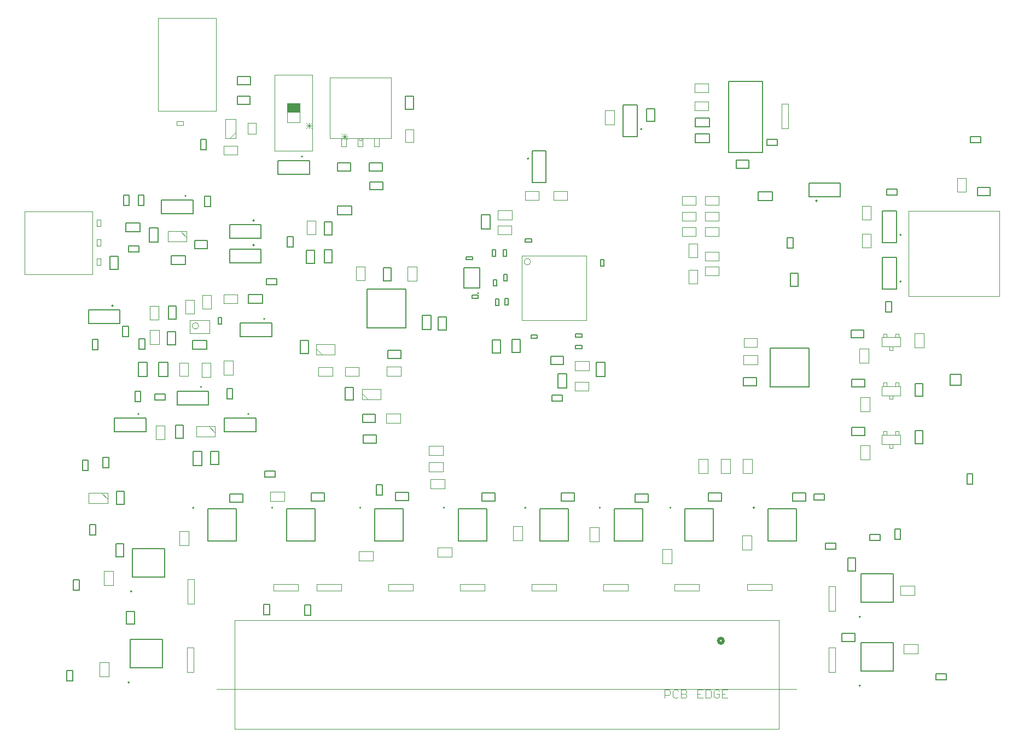
<source format=gbr>
%TF.GenerationSoftware,Altium Limited,Altium Designer,20.2.5 (213)*%
G04 Layer_Color=16711935*
%FSLAX26Y26*%
%MOIN*%
%TF.SameCoordinates,271AC680-9A3E-4A00-A3D7-6C105C8C782D*%
%TF.FilePolarity,Positive*%
%TF.FileFunction,Other,Top_3D_Body*%
%TF.Part,Single*%
G01*
G75*
%TA.AperFunction,NonConductor*%
%ADD86C,0.020000*%
%ADD88C,0.007874*%
%ADD99C,0.003937*%
%ADD102C,0.005000*%
%ADD140C,0.001000*%
%ADD141C,0.003000*%
G36*
X2533807Y4599000D02*
X2612807D01*
Y4540000D01*
X2533807D01*
Y4599000D01*
D02*
G37*
D86*
X5192679Y1318898D02*
G03*
X5192679Y1318898I-15000J0D01*
G01*
D88*
X2333937Y3732598D02*
G03*
X2333937Y3732598I-3937J0D01*
G01*
X6276535Y3795000D02*
G03*
X6276535Y3795000I-3937J0D01*
G01*
X3989134Y2130709D02*
G03*
X3989134Y2130709I-3937J0D01*
G01*
X1918937Y4032598D02*
G03*
X1918937Y4032598I-3937J0D01*
G01*
X1473937Y3362598D02*
G03*
X1473937Y3362598I-3937J0D01*
G01*
X1573228Y1065197D02*
G03*
X1573228Y1065197I-3937J0D01*
G01*
X4006339Y4260000D02*
G03*
X4006339Y4260000I-3937J0D01*
G01*
X3702126Y3439980D02*
G03*
X3702126Y3439980I-3937J0D01*
G01*
X1966142Y2130709D02*
G03*
X1966142Y2130709I-3937J0D01*
G01*
X2984134D02*
G03*
X2984134Y2130709I-3937J0D01*
G01*
X2446927D02*
G03*
X2446927Y2130709I-3937J0D01*
G01*
X5382126D02*
G03*
X5382126Y2130709I-3937J0D01*
G01*
X6028228Y1465197D02*
G03*
X6028228Y1465197I-3937J0D01*
G01*
Y1045197D02*
G03*
X6028228Y1045197I-3937J0D01*
G01*
X2398937Y3282598D02*
G03*
X2398937Y3282598I-3937J0D01*
G01*
X2301937Y2702598D02*
G03*
X2301937Y2702598I-3937J0D01*
G01*
X2013937Y2867598D02*
G03*
X2013937Y2867598I-3937J0D01*
G01*
X1631937Y2702598D02*
G03*
X1631937Y2702598I-3937J0D01*
G01*
X4874134Y2130709D02*
G03*
X4874134Y2130709I-3937J0D01*
G01*
X4444134D02*
G03*
X4444134Y2130709I-3937J0D01*
G01*
X3494134D02*
G03*
X3494134Y2130709I-3937J0D01*
G01*
X1588228Y1620197D02*
G03*
X1588228Y1620197I-3937J0D01*
G01*
X5763937Y4002402D02*
G03*
X5763937Y4002402I-3937J0D01*
G01*
X2333937Y3882598D02*
G03*
X2333937Y3882598I-3937J0D01*
G01*
X4696535Y4440000D02*
G03*
X4696535Y4440000I-3937J0D01*
G01*
X6276535Y3510000D02*
G03*
X6276535Y3510000I-3937J0D01*
G01*
X2628937Y4272598D02*
G03*
X2628937Y4272598I-3937J0D01*
G01*
X2652280Y3699370D02*
X2701492D01*
X2652280Y3620630D02*
Y3699370D01*
Y3620630D02*
X2701492D01*
Y3699370D01*
X3411574Y3216692D02*
Y3303308D01*
X3358426Y3216692D02*
X3411574D01*
X3358426D02*
Y3303308D01*
X3411574D01*
X3699686Y3407658D02*
Y3427342D01*
X3660316D02*
X3699686D01*
X3660316Y3407658D02*
Y3427342D01*
Y3407658D02*
X3699686D01*
X3985316Y3769842D02*
X4024686D01*
Y3750158D02*
Y3769842D01*
X3985316Y3750158D02*
X4024686D01*
X3985316D02*
Y3769842D01*
X5270630Y4249606D02*
X5349370D01*
Y4200394D02*
Y4249606D01*
X5270630Y4200394D02*
X5349370D01*
X5270630D02*
Y4249606D01*
X3038946Y4069518D02*
X3117686D01*
X3038946D02*
Y4118730D01*
X3117686D01*
Y4069518D02*
Y4118730D01*
X3036348Y4184518D02*
X3115088D01*
X3036348D02*
Y4233730D01*
X3115088D01*
Y4184518D02*
Y4233730D01*
X2842796D02*
X2921536D01*
Y4184518D02*
Y4233730D01*
X2842796Y4184518D02*
X2921536D01*
X2842796D02*
Y4233730D01*
X2230630Y4590394D02*
X2309370D01*
X2230630D02*
Y4639606D01*
X2309370D01*
Y4590394D02*
Y4639606D01*
X2232096Y4710394D02*
X2310836D01*
X2232096D02*
Y4759606D01*
X2310836D01*
Y4710394D02*
Y4759606D01*
X1455394Y3585630D02*
Y3664370D01*
X1504606D01*
Y3585630D02*
Y3664370D01*
X1455394Y3585630D02*
X1504606D01*
X1826692Y3613426D02*
Y3666574D01*
Y3613426D02*
X1913308D01*
Y3666574D01*
X1826692D02*
X1913308D01*
X1555394Y1420158D02*
Y1498898D01*
X1604606D01*
Y1420158D02*
Y1498898D01*
X1555394Y1420158D02*
X1604606D01*
X5315630Y2875394D02*
Y2924606D01*
Y2875394D02*
X5394370D01*
Y2924606D01*
X5315630D02*
X5394370D01*
X5021692Y4453426D02*
Y4506574D01*
Y4453426D02*
X5108308D01*
Y4506574D01*
X5021692D02*
X5108308D01*
X5021692Y4358426D02*
Y4411574D01*
Y4358426D02*
X5108308D01*
Y4411574D01*
X5021692D02*
X5108308D01*
X4445158Y3644686D02*
X4464842D01*
X4445158Y3605316D02*
Y3644686D01*
Y3605316D02*
X4464842D01*
Y3644686D01*
X3805158Y3365314D02*
Y3404684D01*
X3824842D01*
Y3365314D02*
Y3404684D01*
X3805158Y3365314D02*
X3824842D01*
X5476890Y2866890D02*
Y3103110D01*
X5713110D01*
Y2866890D02*
Y3103110D01*
X5476890Y2866890D02*
X5713110D01*
X3455394Y3294370D02*
X3504606D01*
X3455394Y3215630D02*
Y3294370D01*
Y3215630D02*
X3504606D01*
Y3294370D01*
X6740630Y4035394D02*
X6819370D01*
X6740630D02*
Y4084606D01*
X6819370D01*
Y4035394D02*
Y4084606D01*
X3855158Y3515316D02*
Y3554686D01*
X3874842D01*
Y3515316D02*
Y3554686D01*
X3855158Y3515316D02*
X3874842D01*
X3625316Y3662342D02*
X3664686D01*
Y3642658D02*
Y3662342D01*
X3625316Y3642658D02*
X3664686D01*
X3625316D02*
Y3662342D01*
X3809842Y3482816D02*
Y3522186D01*
X3790158Y3482816D02*
X3809842D01*
X3790158D02*
Y3522186D01*
X3809842D01*
X3148398Y3041604D02*
X3227138D01*
X3148398D02*
Y3090816D01*
X3227138D01*
Y3041604D02*
Y3090816D01*
X2937374Y2786840D02*
Y2865580D01*
X2888162Y2786840D02*
X2937374D01*
X2888162D02*
Y2865580D01*
X2937374D01*
X2997886Y2525394D02*
Y2574606D01*
Y2525394D02*
X3076626D01*
Y2574606D01*
X2997886D02*
X3076626D01*
X2993398Y2700816D02*
X3072138D01*
Y2651604D02*
Y2700816D01*
X2993398Y2651604D02*
X3072138D01*
X2993398D02*
Y2700816D01*
X3905394Y3157922D02*
X3954606D01*
X3905394Y3079182D02*
Y3157922D01*
Y3079182D02*
X3954606D01*
Y3157922D01*
X3785394Y3075630D02*
Y3154370D01*
X3834606D01*
Y3075630D02*
Y3154370D01*
X3785394Y3075630D02*
X3834606D01*
X2664606Y3070630D02*
Y3149370D01*
X2615394Y3070630D02*
X2664606D01*
X2615394D02*
Y3149370D01*
X2664606D01*
X1854606Y3125630D02*
Y3204370D01*
X1805394Y3125630D02*
X1854606D01*
X1805394D02*
Y3204370D01*
X1854606D01*
X5916220Y1315394D02*
X5994960D01*
X5916220D02*
Y1364606D01*
X5994960D01*
Y1315394D02*
Y1364606D01*
X3021890Y3226890D02*
Y3463110D01*
Y3226890D02*
X3258110D01*
Y3463110D01*
X3021890D02*
X3258110D01*
X3860158Y3368116D02*
Y3407486D01*
X3879842D01*
Y3368116D02*
Y3407486D01*
X3860158Y3368116D02*
X3879842D01*
X4140630Y3005394D02*
X4219370D01*
X4140630D02*
Y3054606D01*
X4219370D01*
Y3005394D02*
Y3054606D01*
X4331884Y3100158D02*
Y3119842D01*
X4292514D02*
X4331884D01*
X4292514Y3100158D02*
Y3119842D01*
Y3100158D02*
X4331884D01*
Y3170158D02*
Y3189842D01*
X4292514D02*
X4331884D01*
X4292514Y3170158D02*
Y3189842D01*
Y3170158D02*
X4331884D01*
X4183426Y2860354D02*
Y2946968D01*
X4236574D01*
Y2860354D02*
Y2946968D01*
X4183426Y2860354D02*
X4236574D01*
X4418426Y2930354D02*
Y3016968D01*
X4471574D01*
Y2930354D02*
Y3016968D01*
X4418426Y2930354D02*
X4471574D01*
X1853394Y2632922D02*
X1902606D01*
X1853394Y2554182D02*
Y2632922D01*
Y2554182D02*
X1902606D01*
Y2632922D01*
X2068394Y2395158D02*
Y2473898D01*
X2117606D01*
Y2395158D02*
Y2473898D01*
X2068394Y2395158D02*
X2117606D01*
X2014574Y2386692D02*
Y2473308D01*
X1961426Y2386692D02*
X2014574D01*
X1961426D02*
Y2473308D01*
X2014574D01*
X2296692Y3378426D02*
Y3431574D01*
Y3378426D02*
X2383308D01*
Y3431574D01*
X2296692D02*
X2383308D01*
X1810394Y3280630D02*
Y3359370D01*
X1859606D01*
Y3280630D02*
Y3359370D01*
X1810394Y3280630D02*
X1859606D01*
X2115158Y3252514D02*
Y3291884D01*
X2134842D01*
Y3252514D02*
Y3291884D01*
X2115158Y3252514D02*
X2134842D01*
X1628426Y3016260D02*
X1681574D01*
X1628426Y2929646D02*
Y3016260D01*
Y2929646D02*
X1681574D01*
Y3016260D01*
X1752440Y3018228D02*
X1807560D01*
X1752440Y2931614D02*
Y3018228D01*
Y2931614D02*
X1807560D01*
Y3018228D01*
X2043308Y3098426D02*
Y3151574D01*
X1956692D02*
X2043308D01*
X1956692Y3098426D02*
Y3151574D01*
Y3098426D02*
X2043308D01*
X3718426Y3831692D02*
Y3918308D01*
X3771574D01*
Y3831692D02*
Y3918308D01*
X3718426Y3831692D02*
X3771574D01*
X1542606Y2150630D02*
Y2229370D01*
X1493394Y2150630D02*
X1542606D01*
X1493394D02*
Y2229370D01*
X1542606D01*
X2263898Y2165394D02*
Y2214606D01*
X2185158D02*
X2263898D01*
X2185158Y2165394D02*
Y2214606D01*
Y2165394D02*
X2263898D01*
X1490394Y1909370D02*
X1539606D01*
X1490394Y1830630D02*
Y1909370D01*
Y1830630D02*
X1539606D01*
Y1909370D01*
X5950394Y1745630D02*
X5999606D01*
Y1824370D01*
X5950394D02*
X5999606D01*
X5950394Y1745630D02*
Y1824370D01*
X5694370Y2170394D02*
Y2219606D01*
X5615630D02*
X5694370D01*
X5615630Y2170394D02*
Y2219606D01*
Y2170394D02*
X5694370D01*
X2761690D02*
Y2219606D01*
X2682950D02*
X2761690D01*
X2682950Y2170394D02*
Y2219606D01*
Y2170394D02*
X2761690D01*
X3274370Y2175394D02*
Y2224606D01*
X3195630D02*
X3274370D01*
X3195630Y2175394D02*
Y2224606D01*
Y2175394D02*
X3274370D01*
X4284370Y2170394D02*
Y2219606D01*
X4205630D02*
X4284370D01*
X4205630Y2170394D02*
Y2219606D01*
Y2170394D02*
X4284370D01*
X3799958D02*
Y2219606D01*
X3721218D02*
X3799958D01*
X3721218Y2170394D02*
Y2219606D01*
Y2170394D02*
X3799958D01*
X4734370Y2165394D02*
Y2214606D01*
X4655630D02*
X4734370D01*
X4655630Y2165394D02*
Y2214606D01*
Y2165394D02*
X4734370D01*
X5179842Y2170394D02*
Y2219606D01*
X5101102D02*
X5179842D01*
X5101102Y2170394D02*
Y2219606D01*
Y2170394D02*
X5179842D01*
X5432170Y4296782D02*
Y4730246D01*
X5226266Y4296782D02*
X5432170D01*
X5226266D02*
Y4730246D01*
X5432170D01*
X2760394Y3704370D02*
X2809606D01*
X2760394Y3625630D02*
Y3704370D01*
Y3625630D02*
X2809606D01*
Y3704370D01*
X2760394Y3795630D02*
X2809606D01*
Y3874370D01*
X2760394D02*
X2809606D01*
X2760394Y3795630D02*
Y3874370D01*
X5491968Y4003426D02*
Y4056574D01*
X5405354D02*
X5491968D01*
X5405354Y4003426D02*
Y4056574D01*
Y4003426D02*
X5491968D01*
X5599852Y3481618D02*
Y3560358D01*
X5649064D01*
Y3481618D02*
Y3560358D01*
X5599852Y3481618D02*
X5649064D01*
X2841692Y3971574D02*
X2928308D01*
Y3918426D02*
Y3971574D01*
X2841692Y3918426D02*
X2928308D01*
X2841692D02*
Y3971574D01*
X2049370Y3710394D02*
Y3759606D01*
X1970630D02*
X2049370D01*
X1970630Y3710394D02*
Y3759606D01*
Y3710394D02*
X2049370D01*
X4725394Y4487156D02*
X4774606D01*
Y4565898D01*
X4725394D02*
X4774606D01*
X4725394Y4487156D02*
Y4565898D01*
X3120394Y3515630D02*
X3169606D01*
Y3594370D01*
X3120394D02*
X3169606D01*
X3120394Y3515630D02*
Y3594370D01*
X6640748Y2878032D02*
Y2944960D01*
X6573818Y2878032D02*
X6640748D01*
X6573818D02*
Y2944960D01*
X6640748D01*
X5970336Y3215708D02*
X6049076D01*
Y3166496D02*
Y3215708D01*
X5970336Y3166496D02*
X6049076D01*
X5970336D02*
Y3215708D01*
X5975336Y2915708D02*
X6054076D01*
Y2866496D02*
Y2915708D01*
X5975336Y2866496D02*
X6054076D01*
X5975336D02*
Y2915708D01*
Y2620708D02*
X6054076D01*
Y2571496D02*
Y2620708D01*
X5975336Y2571496D02*
X6054076D01*
X5975336D02*
Y2620708D01*
X6360100Y2810148D02*
Y2888890D01*
X6409312D01*
Y2810148D02*
Y2888890D01*
X6360100Y2810148D02*
X6409312D01*
X6360394Y2520630D02*
Y2599370D01*
X6409606D01*
Y2520630D02*
Y2599370D01*
X6360394Y2520630D02*
X6409606D01*
X1551692Y3813426D02*
X1638308D01*
X1551692D02*
Y3866574D01*
X1638308D01*
Y3813426D02*
Y3866574D01*
X1693426Y3751692D02*
Y3838308D01*
X1746574D01*
Y3751692D02*
Y3838308D01*
X1693426Y3751692D02*
X1746574D01*
X3255394Y4560630D02*
X3304606D01*
Y4639370D01*
X3255394D02*
X3304606D01*
X3255394Y4560630D02*
Y4639370D01*
X4020316Y3165158D02*
X4059686D01*
X4020316D02*
Y3184842D01*
X4059686D01*
Y3165158D02*
Y3184842D01*
X3785158Y3665316D02*
Y3704686D01*
X3804842D01*
Y3665316D02*
Y3704686D01*
X3785158Y3665316D02*
X3804842D01*
X3850158D02*
Y3704686D01*
X3869842D01*
Y3665316D02*
Y3704686D01*
X3850158Y3665316D02*
X3869842D01*
D99*
X1995079Y3239921D02*
G03*
X1995079Y3239921I-19685J0D01*
G01*
X4018268Y3631417D02*
G03*
X4018268Y3631417I-19685J0D01*
G01*
X2431692Y2171456D02*
X2518308D01*
X2431692Y2228544D02*
X2518308D01*
Y2171456D02*
Y2228544D01*
X2431692Y2171456D02*
Y2228544D01*
X6078544Y3012796D02*
Y3099410D01*
X6021456Y3012796D02*
Y3099410D01*
X6078544D01*
X6021456Y3012796D02*
X6078544D01*
X3816692Y3886456D02*
X3903308D01*
X3816692Y3943544D02*
X3903308D01*
Y3886456D02*
Y3943544D01*
X3816692Y3886456D02*
Y3943544D01*
X3901338Y3798426D02*
Y3851574D01*
X3818662Y3798426D02*
Y3851574D01*
Y3798426D02*
X3901338D01*
X3818662Y3851574D02*
X3901338D01*
X5165364Y3547382D02*
Y3600532D01*
X5082686Y3547382D02*
Y3600532D01*
Y3547382D02*
X5165364D01*
X5082686Y3600532D02*
X5165364D01*
X5082686Y3690532D02*
X5165364D01*
X5082686Y3637382D02*
X5165364D01*
X5082686D02*
Y3690532D01*
X5165364Y3637382D02*
Y3690532D01*
X4982884Y3580296D02*
X5036032D01*
X4982884Y3497618D02*
X5036032D01*
Y3580296D01*
X4982884Y3497618D02*
Y3580296D01*
X5100906Y4663426D02*
Y4716574D01*
X5018228Y4663426D02*
Y4716574D01*
Y4663426D02*
X5100906D01*
X5018228Y4716574D02*
X5100906D01*
X4821456Y1791692D02*
Y1878308D01*
X4878544Y1791692D02*
Y1878308D01*
X4821456Y1791692D02*
X4878544D01*
X4821456Y1878308D02*
X4878544D01*
X6038426Y3719094D02*
Y3801772D01*
X6091574Y3719094D02*
Y3801772D01*
X6038426Y3719094D02*
X6091574D01*
X6038426Y3801772D02*
X6091574D01*
X1896556Y4463190D02*
X1902462Y4469094D01*
Y4463190D02*
Y4486812D01*
X1863092D02*
X1902462D01*
X1863092Y4463190D02*
Y4486812D01*
Y4463190D02*
X1902462D01*
X1747826Y4549342D02*
Y5116270D01*
X2102156D01*
Y4549342D02*
Y5116270D01*
X1747826Y4549342D02*
X2102156D01*
X2295394Y4411536D02*
X2344606D01*
X2295394D02*
Y4478464D01*
X2344606D01*
Y4411536D02*
Y4478464D01*
X2148662Y4283426D02*
Y4336574D01*
X2231338Y4283426D02*
Y4336574D01*
X2148662D02*
X2231338D01*
X2148662Y4283426D02*
X2231338D01*
X1390906Y3649686D02*
X1396812Y3643780D01*
X1373190Y3649686D02*
X1396812D01*
X1373190Y3610316D02*
Y3649686D01*
Y3610316D02*
X1396812D01*
Y3649686D01*
X1373190Y3734842D02*
X1379094Y3728938D01*
X1373190D02*
X1396812D01*
Y3768308D01*
X1373190D02*
X1396812D01*
X1373190Y3728938D02*
Y3768308D01*
X1922086Y3753504D02*
Y3816496D01*
X1807914Y3753504D02*
X1922086D01*
X1807914D02*
Y3816496D01*
X1922086D01*
X1884686D02*
X1922086Y3779094D01*
X1448544Y1101692D02*
Y1188308D01*
X1391456Y1101692D02*
Y1188308D01*
X1448544D01*
X1391456Y1101692D02*
X1448544D01*
X5834568Y1276300D02*
X5873938D01*
Y1126694D02*
Y1276300D01*
X5834568Y1126694D02*
X5873938D01*
X5834568D02*
Y1276300D01*
X6271692Y1596456D02*
X6358308D01*
X6271692Y1653544D02*
X6358308D01*
Y1596456D02*
Y1653544D01*
X6271692Y1596456D02*
Y1653544D01*
X6083544Y2716692D02*
Y2803308D01*
X6026456Y2716692D02*
Y2803308D01*
X6083544D01*
X6026456Y2716692D02*
X6083544D01*
Y2425276D02*
Y2511890D01*
X6026456Y2425276D02*
Y2511890D01*
X6083544D01*
X6026456Y2425276D02*
X6083544D01*
X5399290Y3109656D02*
Y3162806D01*
X5316614Y3109656D02*
Y3162806D01*
Y3109656D02*
X5399290D01*
X5316614Y3162806D02*
X5399290D01*
X5401260Y3002688D02*
Y3059774D01*
X5314644Y3002688D02*
Y3059774D01*
Y3002688D02*
X5401260D01*
X5314644Y3059774D02*
X5401260D01*
X5165364Y3977382D02*
Y4030532D01*
X5082686Y3977382D02*
Y4030532D01*
Y3977382D02*
X5165364D01*
X5082686Y4030532D02*
X5165364D01*
Y3882382D02*
Y3935532D01*
X5082686Y3882382D02*
Y3935532D01*
Y3882382D02*
X5165364D01*
X5082686Y3935532D02*
X5165364D01*
Y3787382D02*
Y3840532D01*
X5082686Y3787382D02*
Y3840532D01*
Y3787382D02*
X5165364D01*
X5082686Y3840532D02*
X5165364D01*
X4982884Y3657618D02*
X5036032D01*
X4982884Y3740296D02*
X5036032D01*
X4982884Y3657618D02*
Y3740296D01*
X5036032Y3657618D02*
Y3740296D01*
X5023238Y3787382D02*
Y3840532D01*
X4940560Y3787382D02*
Y3840532D01*
Y3787382D02*
X5023238D01*
X4940560Y3840532D02*
X5023238D01*
X4940560Y3882382D02*
Y3935532D01*
X5023238Y3882382D02*
Y3935532D01*
X4940560D02*
X5023238D01*
X4940560Y3882382D02*
X5023238D01*
X5100906Y4553426D02*
Y4606574D01*
X5018228Y4553426D02*
Y4606574D01*
Y4553426D02*
X5100906D01*
X5018228Y4606574D02*
X5100906D01*
X3588074Y1624156D02*
Y1663526D01*
X3737680D01*
Y1624156D02*
Y1663526D01*
X3588074Y1624156D02*
X3737680D01*
X2990680Y2827116D02*
X3028082Y2789714D01*
X2990680D02*
X3104854D01*
Y2852706D01*
X2990680D02*
X3104854D01*
X2990680Y2789714D02*
Y2852706D01*
X2888662Y2933426D02*
X2971338D01*
X2888662Y2986574D02*
X2971338D01*
Y2933426D02*
Y2986574D01*
X2888662Y2933426D02*
Y2986574D01*
X2724460Y2934636D02*
Y2987786D01*
X2811074Y2934636D02*
Y2987786D01*
X2724460D02*
X2811074D01*
X2724460Y2934636D02*
X2811074D01*
X2710680Y3102116D02*
X2748082Y3064714D01*
X2710680D02*
X2824854D01*
Y3127706D01*
X2710680D02*
X2824854D01*
X2710680Y3064714D02*
Y3127706D01*
X3140878Y2932668D02*
X3227492D01*
X3140878Y2989754D02*
X3227492D01*
Y2932668D02*
Y2989754D01*
X3140878Y2932668D02*
Y2989754D01*
X3139460Y2704754D02*
X3226074D01*
X3139460Y2647668D02*
X3226074D01*
X3139460D02*
Y2704754D01*
X3226074Y2647668D02*
Y2704754D01*
X1473544Y1656692D02*
Y1743308D01*
X1416456Y1656692D02*
Y1743308D01*
X1473544D01*
X1416456Y1656692D02*
X1473544D01*
X3451692Y1831456D02*
X3538308D01*
X3451692Y1888544D02*
X3538308D01*
Y1831456D02*
Y1888544D01*
X3451692Y1831456D02*
Y1888544D01*
X2971692Y1863544D02*
X3058308D01*
X2971692Y1806456D02*
X3058308D01*
X2971692D02*
Y1863544D01*
X3058308Y1806456D02*
Y1863544D01*
X6291338Y1241456D02*
X6377952D01*
X6291338Y1298544D02*
X6377952D01*
Y1241456D02*
Y1298544D01*
X6291338Y1241456D02*
Y1298544D01*
X4288662Y2843426D02*
X4371338D01*
X4288662Y2896574D02*
X4371338D01*
Y2843426D02*
Y2896574D01*
X4288662Y2843426D02*
Y2896574D01*
X4373308Y2966456D02*
Y3023544D01*
X4286692Y2966456D02*
Y3023544D01*
Y2966456D02*
X4373308D01*
X4286692Y3023544D02*
X4373308D01*
X1939960Y3275354D02*
X2060040D01*
Y3194646D02*
Y3275354D01*
X1939960Y3194646D02*
Y3275354D01*
Y3194646D02*
X2060040D01*
X1736426Y2548662D02*
X1789574D01*
X1736426Y2631338D02*
X1789574D01*
X1736426Y2548662D02*
Y2631338D01*
X1789574Y2548662D02*
Y2631338D01*
X2057686Y2626496D02*
X2095086Y2589094D01*
X1980914Y2626496D02*
X2095086D01*
X1980914Y2563504D02*
Y2626496D01*
Y2563504D02*
X2095086D01*
Y2626496D01*
X1913426Y3314094D02*
X1966574D01*
X1913426Y3396772D02*
X1966574D01*
X1913426Y3314094D02*
Y3396772D01*
X1966574Y3314094D02*
Y3396772D01*
X1698426Y3278662D02*
Y3361338D01*
X1751574Y3278662D02*
Y3361338D01*
X1698426Y3278662D02*
X1751574D01*
X1698426Y3361338D02*
X1751574D01*
X2149292Y3378426D02*
X2231968D01*
X2149292Y3431574D02*
X2231968D01*
Y3378426D02*
Y3431574D01*
X2149292Y3378426D02*
Y3431574D01*
X2018426Y3343662D02*
X2071574D01*
X2018426Y3426338D02*
X2071574D01*
X2018426Y3343662D02*
Y3426338D01*
X2071574Y3343662D02*
Y3426338D01*
X2146456Y3029056D02*
X2203544D01*
X2146456Y2942440D02*
X2203544D01*
Y3029056D01*
X2146456Y2942440D02*
Y3029056D01*
X2013426Y2926692D02*
Y3013308D01*
X2066574Y2926692D02*
Y3013308D01*
X2013426Y2926692D02*
X2066574D01*
X2013426Y3013308D02*
X2066574D01*
X1878426Y3015276D02*
X1931574D01*
X1878426Y2932598D02*
X1931574D01*
Y3015276D01*
X1878426Y2932598D02*
Y3015276D01*
X1696456Y3126182D02*
X1753544D01*
X1696456Y3212796D02*
X1753544D01*
X1696456Y3126182D02*
Y3212796D01*
X1753544Y3126182D02*
Y3212796D01*
X1402686Y2221496D02*
X1440086Y2184094D01*
X1325914Y2221496D02*
X1440086D01*
X1325914Y2158504D02*
Y2221496D01*
Y2158504D02*
X1440086D01*
Y2221496D01*
X1876456Y1986890D02*
X1933544D01*
X1876456Y1900276D02*
X1933544D01*
Y1986890D01*
X1876456Y1900276D02*
Y1986890D01*
X5306456Y1961890D02*
X5363544D01*
X5306456Y1875276D02*
X5363544D01*
Y1961890D01*
X5306456Y1875276D02*
Y1961890D01*
X3483308Y2451456D02*
Y2508544D01*
X3396692Y2451456D02*
Y2508544D01*
Y2451456D02*
X3483308D01*
X3396692Y2508544D02*
X3483308D01*
Y2351456D02*
Y2408544D01*
X3396692Y2351456D02*
Y2408544D01*
Y2351456D02*
X3483308D01*
X3396692Y2408544D02*
X3483308D01*
X3493308Y2246456D02*
Y2303544D01*
X3406692Y2246456D02*
Y2303544D01*
Y2246456D02*
X3493308D01*
X3406692Y2303544D02*
X3493308D01*
X3911456Y2016890D02*
X3968544D01*
X3911456Y1930276D02*
X3968544D01*
Y2016890D01*
X3911456Y1930276D02*
Y2016890D01*
X5311456Y2427952D02*
X5368544D01*
X5311456Y2341338D02*
X5368544D01*
Y2427952D01*
X5311456Y2341338D02*
Y2427952D01*
X5176456D02*
X5233544D01*
X5176456Y2341338D02*
X5233544D01*
Y2427952D01*
X5176456Y2341338D02*
Y2427952D01*
X5041456D02*
X5098544D01*
X5041456Y2341338D02*
X5098544D01*
Y2427952D01*
X5041456Y2341338D02*
Y2427952D01*
X4376456Y2011890D02*
X4433544D01*
X4376456Y1925276D02*
X4433544D01*
Y2011890D01*
X4376456Y1925276D02*
Y2011890D01*
X4896380Y1624156D02*
X5045986D01*
Y1663526D01*
X4896380D02*
X5045986D01*
X4896380Y1624156D02*
Y1663526D01*
X4460278Y1624156D02*
X4609884D01*
Y1663526D01*
X4460278D02*
X4609884D01*
X4460278Y1624156D02*
Y1663526D01*
X4024176Y1624156D02*
X4173782D01*
Y1663526D01*
X4024176D02*
X4173782D01*
X4024176Y1624156D02*
Y1663526D01*
X3151970Y1624156D02*
X3301576D01*
Y1663526D01*
X3151970D02*
X3301576D01*
X3151970Y1624156D02*
Y1663526D01*
X2715868Y1624156D02*
X2865474D01*
Y1663526D01*
X2715868D02*
X2865474D01*
X2715868Y1624156D02*
Y1663526D01*
X5338700Y1626064D02*
Y1665434D01*
X5488308D01*
Y1626064D02*
Y1665434D01*
X5338700Y1626064D02*
X5488308D01*
X5834568Y1500196D02*
Y1649804D01*
Y1500196D02*
X5873938D01*
Y1649804D01*
X5834568D02*
X5873938D01*
X1965434Y1126694D02*
Y1276300D01*
X1926064D02*
X1965434D01*
X1926064Y1126694D02*
Y1276300D01*
Y1126694D02*
X1965434D01*
X1968938Y1543190D02*
Y1692796D01*
X1929568D02*
X1968938D01*
X1929568Y1543190D02*
Y1692796D01*
Y1543190D02*
X1968938D01*
X2450196Y1663938D02*
X2599804D01*
X2450196Y1624568D02*
Y1663938D01*
Y1624568D02*
X2599804D01*
Y1663938D01*
X2653426Y3798662D02*
X2706574D01*
X2653426Y3881338D02*
X2706574D01*
X2653426Y3798662D02*
Y3881338D01*
X2706574Y3798662D02*
Y3881338D01*
X6321968Y3421300D02*
X6875118D01*
Y3940984D01*
X6321968D02*
X6875118D01*
X6321968Y3421300D02*
Y3940984D01*
X4940560Y4030532D02*
X5023238D01*
X4940560Y3977382D02*
X5023238D01*
X4940560D02*
Y4030532D01*
X5023238Y3977382D02*
Y4030532D01*
X5588938Y4445196D02*
Y4594804D01*
X5549568D02*
X5588938D01*
X5549568Y4445196D02*
Y4594804D01*
Y4445196D02*
X5588938D01*
X3984292Y4008426D02*
Y4061574D01*
X4066968Y4008426D02*
Y4061574D01*
X3984292D02*
X4066968D01*
X3984292Y4008426D02*
X4066968D01*
X4241968D02*
Y4061574D01*
X4159292Y4008426D02*
Y4061574D01*
Y4008426D02*
X4241968D01*
X4159292Y4061574D02*
X4241968D01*
X3266456Y3515276D02*
X3323544D01*
X3266456Y3601890D02*
X3323544D01*
X3266456Y3515276D02*
Y3601890D01*
X3323544Y3515276D02*
Y3601890D01*
X4471456Y4555192D02*
X4528544D01*
X4471456Y4468578D02*
X4528544D01*
Y4555192D01*
X4471456Y4468578D02*
Y4555192D01*
X6413544Y3106692D02*
Y3193308D01*
X6356456Y3106692D02*
Y3193308D01*
X6413544D01*
X6356456Y3106692D02*
X6413544D01*
X935354Y3555314D02*
Y3937204D01*
Y3555314D02*
X1348740D01*
Y3937204D01*
X935354D02*
X1348740D01*
X1373190Y3846694D02*
Y3886064D01*
X1396812D01*
Y3846694D02*
Y3886064D01*
X1373190Y3846694D02*
X1396812D01*
X1373190Y3852598D02*
X1379094Y3846694D01*
X6671574Y4058662D02*
Y4141338D01*
X6618426Y4058662D02*
Y4141338D01*
X6671574D01*
X6618426Y4058662D02*
X6671574D01*
X3963150Y3273150D02*
X4356850D01*
X3963150Y3666850D02*
X4356850D01*
Y3273150D02*
Y3666850D01*
X3963150Y3273150D02*
Y3666850D01*
X6038426Y3888662D02*
X6091574D01*
X6038426Y3971338D02*
X6091574D01*
X6038426Y3888662D02*
Y3971338D01*
X6091574Y3888662D02*
Y3971338D01*
X2953426Y3518662D02*
X3006574D01*
X2953426Y3601338D02*
X3006574D01*
X2953426Y3518662D02*
Y3601338D01*
X3006574Y3518662D02*
Y3601338D01*
X2184882Y4384528D02*
X2222284Y4421930D01*
Y4384528D02*
Y4500670D01*
X2159292D02*
X2222284D01*
X2159292Y4384528D02*
Y4500670D01*
Y4384528D02*
X2222284D01*
X3256112Y4359754D02*
Y4438494D01*
X3305324Y4359754D02*
Y4438494D01*
X3256112D02*
X3305324D01*
X3256112Y4359754D02*
X3305324D01*
D102*
X4211496Y2782284D02*
Y2817716D01*
X4148504D02*
X4211496D01*
X4148504Y2782284D02*
Y2817716D01*
Y2782284D02*
X4211496D01*
X1532284Y3173504D02*
X1567716D01*
Y3236496D01*
X1532284D02*
X1567716D01*
X1532284Y3173504D02*
Y3236496D01*
X2184016Y3707008D02*
X2375984D01*
Y3622992D02*
Y3707008D01*
X2184016Y3622992D02*
X2375984D01*
X2184016D02*
Y3707008D01*
Y3622992D02*
Y3707008D01*
X5522153Y4341077D02*
Y4376510D01*
X5459160D02*
X5522153D01*
X5459160Y4341077D02*
Y4376510D01*
Y4341077D02*
X5522153D01*
X6162992Y3940984D02*
X6247008D01*
X6162992D02*
X6247008D01*
X6162992Y3749016D02*
Y3940984D01*
Y3749016D02*
X6247008D01*
Y3940984D01*
X4073386Y2123426D02*
X4246614D01*
X4073386Y1926574D02*
X4246614D01*
X4073386D02*
Y2123426D01*
X4246614Y1926574D02*
Y2123426D01*
X1568504Y3692284D02*
X1631496D01*
X1568504D02*
Y3727716D01*
X1631496D01*
Y3692284D02*
Y3727716D01*
X1537284Y3973504D02*
Y4036496D01*
X1572716D01*
Y3973504D02*
Y4036496D01*
X1537284Y3973504D02*
X1572716D01*
X1627284D02*
Y4036496D01*
X1662716D01*
Y3973504D02*
Y4036496D01*
X1627284Y3973504D02*
X1662716D01*
X2032284Y3968503D02*
Y4031495D01*
X2067717D01*
Y3968503D02*
Y4031495D01*
X2032284Y3968503D02*
X2067717D01*
X1769016Y4007008D02*
X1960984D01*
Y3922992D02*
Y4007008D01*
X1769016Y3922992D02*
X1960984D01*
X1769016D02*
Y4007008D01*
Y3922992D02*
Y4007008D01*
X2408504Y3492284D02*
X2471496D01*
X2408504D02*
Y3527716D01*
X2471496D01*
Y3492284D02*
Y3527716D01*
X1347284Y3093504D02*
Y3156496D01*
X1382716D01*
Y3093504D02*
Y3156496D01*
X1347284Y3093504D02*
X1382716D01*
X1324016Y3252992D02*
Y3337008D01*
Y3252992D02*
Y3337008D01*
Y3252992D02*
X1515984D01*
Y3337008D01*
X1324016D02*
X1515984D01*
X1607284Y2778504D02*
Y2841496D01*
X1642716D01*
Y2778504D02*
Y2841496D01*
X1607284Y2778504D02*
X1642716D01*
X1632284Y3098504D02*
Y3161496D01*
X1667716D01*
Y3098504D02*
Y3161496D01*
X1632284Y3098504D02*
X1667716D01*
X1412284Y2373504D02*
Y2436496D01*
X1447716D01*
Y2373504D02*
Y2436496D01*
X1412284Y2373504D02*
X1447716D01*
X1287284Y2358504D02*
Y2421496D01*
X1322716D01*
Y2358504D02*
Y2421496D01*
X1287284Y2358504D02*
X1322716D01*
X1576574Y1326614D02*
X1773426D01*
X1576574Y1153386D02*
X1773426D01*
Y1326614D01*
X1576574Y1153386D02*
Y1326614D01*
X5743504Y2177284D02*
X5806496D01*
X5743504D02*
Y2212716D01*
X5806496D01*
Y2177284D02*
Y2212716D01*
X6083504Y1932284D02*
X6146496D01*
X6083504D02*
Y1967716D01*
X6146496D01*
Y1932284D02*
Y1967716D01*
X6237283Y1938504D02*
Y2001496D01*
X6272717D01*
Y1938504D02*
Y2001496D01*
X6237283Y1938504D02*
X6272717D01*
X6488504Y1082284D02*
X6551496D01*
X6488504D02*
Y1117716D01*
X6551496D01*
Y1082284D02*
Y1117716D01*
X6677283Y2273504D02*
Y2336496D01*
X6712717D01*
Y2273504D02*
Y2336496D01*
X6677283Y2273504D02*
X6712717D01*
X2427716Y1478504D02*
Y1541496D01*
X2392284Y1478504D02*
X2427716D01*
X2392284D02*
Y1541496D01*
X2427716D01*
X1728504Y2787284D02*
X1791496D01*
X1728504D02*
Y2822716D01*
X1791496D01*
Y2787284D02*
Y2822716D01*
X2167284Y2793503D02*
Y2856495D01*
X2202717D01*
Y2793503D02*
Y2856495D01*
X2167284Y2793503D02*
X2202717D01*
X1332284Y1963503D02*
Y2026495D01*
X1367717D01*
Y1963503D02*
Y2026495D01*
X1332284Y1963503D02*
X1367717D01*
X1232284Y1628503D02*
Y1691495D01*
X1267717D01*
Y1628503D02*
Y1691495D01*
X1232284Y1628503D02*
X1267717D01*
X1192284Y1073504D02*
Y1136496D01*
X1227716D01*
Y1073504D02*
Y1136496D01*
X1192284Y1073504D02*
X1227716D01*
X3078448Y2207849D02*
Y2270841D01*
X3113881D01*
Y2207849D02*
Y2270841D01*
X3078448Y2207849D02*
X3113881D01*
X2398504Y2317284D02*
X2461496D01*
X2398504D02*
Y2352716D01*
X2461496D01*
Y2317284D02*
Y2352716D01*
X5813504Y1877284D02*
X5876496D01*
X5813504D02*
Y1912716D01*
X5876496D01*
Y1877284D02*
Y1912716D01*
X2535989Y3720038D02*
Y3783030D01*
X2571422D01*
Y3720038D02*
Y3783030D01*
X2535989Y3720038D02*
X2571422D01*
X6698504Y4357283D02*
X6761496D01*
X6698504D02*
Y4392717D01*
X6761496D01*
Y4357283D02*
Y4392717D01*
X2642284Y1473503D02*
Y1536495D01*
X2677717D01*
Y1473503D02*
Y1536495D01*
X2642284Y1473503D02*
X2677717D01*
X6188504Y4037284D02*
X6251496D01*
X6188504D02*
Y4072716D01*
X6251496D01*
Y4037284D02*
Y4072716D01*
X6182151Y3324883D02*
Y3387876D01*
X6217584D01*
Y3324883D02*
Y3387876D01*
X6182151Y3324883D02*
X6217584D01*
X5582283Y3713504D02*
Y3776496D01*
X5617717D01*
Y3713504D02*
Y3776496D01*
X5582283Y3713504D02*
X5617717D01*
X2007284Y4313504D02*
Y4376496D01*
X2042716D01*
Y4313504D02*
Y4376496D01*
X2007284Y4313504D02*
X2042716D01*
X4027992Y4114016D02*
X4112008D01*
X4027992D02*
X4112008D01*
Y4305984D01*
X4027992D02*
X4112008D01*
X4027992Y4114016D02*
Y4305984D01*
X3610788Y3595492D02*
X3709212D01*
X3610788Y3469508D02*
X3709212D01*
Y3595492D01*
X3610788Y3469508D02*
Y3595492D01*
X2223622Y1926574D02*
Y2123426D01*
X2050394Y1926574D02*
Y2123426D01*
Y1926574D02*
X2223622D01*
X2050394Y2123426D02*
X2223622D01*
X3068386D02*
X3241614D01*
X3068386Y1926574D02*
X3241614D01*
X3068386D02*
Y2123426D01*
X3241614Y1926574D02*
Y2123426D01*
X2704408Y1926574D02*
Y2123426D01*
X2531178Y1926574D02*
Y2123426D01*
Y1926574D02*
X2704408D01*
X2531178Y2123426D02*
X2704408D01*
X5639606Y1926574D02*
Y2123426D01*
X5466378Y1926574D02*
Y2123426D01*
Y1926574D02*
X5639606D01*
X5466378Y2123426D02*
X5639606D01*
X6031574Y1726614D02*
X6228426D01*
X6031574Y1553386D02*
X6228426D01*
Y1726614D01*
X6031574Y1553386D02*
Y1726614D01*
Y1306614D02*
X6228426D01*
X6031574Y1133386D02*
X6228426D01*
Y1306614D01*
X6031574Y1133386D02*
Y1306614D01*
X2249016Y3257008D02*
X2440984D01*
Y3172992D02*
Y3257008D01*
X2249016Y3172992D02*
X2440984D01*
X2249016D02*
Y3257008D01*
Y3172992D02*
Y3257008D01*
X2152016Y2592992D02*
Y2677008D01*
Y2592992D02*
Y2677008D01*
Y2592992D02*
X2343984D01*
Y2677008D01*
X2152016D02*
X2343984D01*
X1864016Y2757992D02*
Y2842008D01*
Y2757992D02*
Y2842008D01*
Y2757992D02*
X2055984D01*
Y2842008D01*
X1864016D02*
X2055984D01*
X1482016Y2592992D02*
Y2677008D01*
Y2592992D02*
Y2677008D01*
Y2592992D02*
X1673984D01*
Y2677008D01*
X1482016D02*
X1673984D01*
X4958386Y2123426D02*
X5131614D01*
X4958386Y1926574D02*
X5131614D01*
X4958386D02*
Y2123426D01*
X5131614Y1926574D02*
Y2123426D01*
X4528386D02*
X4701614D01*
X4528386Y1926574D02*
X4701614D01*
X4528386D02*
Y2123426D01*
X4701614Y1926574D02*
Y2123426D01*
X3578386D02*
X3751614D01*
X3578386Y1926574D02*
X3751614D01*
X3578386D02*
Y2123426D01*
X3751614Y1926574D02*
Y2123426D01*
X1591574Y1708386D02*
Y1881614D01*
X1788426Y1708386D02*
Y1881614D01*
X1591574Y1708386D02*
X1788426D01*
X1591574Y1881614D02*
X1788426D01*
X5714016Y4027992D02*
X5905984D01*
X5714016D02*
Y4112008D01*
X5905984D01*
Y4027992D02*
Y4112008D01*
Y4027992D02*
Y4112008D01*
X2184016Y3772992D02*
Y3857008D01*
Y3772992D02*
Y3857008D01*
Y3772992D02*
X2375984D01*
Y3857008D01*
X2184016D02*
X2375984D01*
X4667008Y4394016D02*
Y4585984D01*
X4582992Y4394016D02*
X4667008D01*
X4582992D02*
Y4585984D01*
X4667008D01*
X4582992D02*
X4667008D01*
X6247008Y3464016D02*
Y3655984D01*
X6162992Y3464016D02*
X6247008D01*
X6162992D02*
Y3655984D01*
X6247008D01*
X6162992D02*
X6247008D01*
X2479016Y4247008D02*
X2670984D01*
Y4162992D02*
Y4247008D01*
X2479016Y4162992D02*
X2670984D01*
X2479016D02*
Y4247008D01*
Y4162992D02*
Y4247008D01*
D140*
X2215200Y779922D02*
X5530160D01*
Y1444094D01*
X2215200D02*
X5530160D01*
X2215200Y779922D02*
Y1444094D01*
X2105554Y1023228D02*
X5637680D01*
X6242108Y3169602D02*
X6262108D01*
Y3192102D01*
X6242108D02*
X6262108D01*
X6242108Y3169602D02*
Y3192102D01*
X6167306Y3169602D02*
X6187306D01*
Y3192102D01*
X6167306D02*
X6187306D01*
X6167306Y3169602D02*
Y3192102D01*
X6204706Y3112602D02*
X6224706D01*
X6204706Y3090102D02*
Y3112602D01*
Y3090102D02*
X6224706D01*
Y3112602D01*
X6157706Y3169602D02*
X6271706D01*
X6157706Y3112602D02*
Y3169602D01*
Y3112602D02*
X6271706D01*
Y3169602D01*
X6242108Y2574602D02*
X6262108D01*
Y2597102D01*
X6242108D02*
X6262108D01*
X6242108Y2574602D02*
Y2597102D01*
X6167306Y2574602D02*
X6187306D01*
Y2597102D01*
X6167306D02*
X6187306D01*
X6167306Y2574602D02*
Y2597102D01*
X6204706Y2517602D02*
X6224706D01*
X6204706Y2495102D02*
Y2517602D01*
Y2495102D02*
X6224706D01*
Y2517602D01*
X6157706Y2574602D02*
X6271706D01*
X6157706Y2517602D02*
Y2574602D01*
Y2517602D02*
X6271706D01*
Y2574602D01*
X6242108Y2872102D02*
X6262108D01*
Y2894602D01*
X6242108D02*
X6262108D01*
X6242108Y2872102D02*
Y2894602D01*
X6167306Y2872102D02*
X6187306D01*
Y2894602D01*
X6167306D02*
X6187306D01*
X6167306Y2872102D02*
Y2894602D01*
X6204706Y2815102D02*
X6224706D01*
X6204706Y2792602D02*
Y2815102D01*
Y2792602D02*
X6224706D01*
Y2815102D01*
X6157706Y2872102D02*
X6271706D01*
X6157706Y2815102D02*
Y2872102D01*
Y2815102D02*
X6271706D01*
Y2872102D01*
X2865218Y4385124D02*
X2896218D01*
X2865218Y4335124D02*
Y4385124D01*
Y4335124D02*
X2896218D01*
Y4385124D01*
X2965218D02*
X2996218D01*
X2965218Y4335124D02*
Y4385124D01*
Y4335124D02*
X2996218D01*
Y4385124D01*
X3065218D02*
X3096218D01*
X3065218Y4335124D02*
Y4385124D01*
Y4335124D02*
X3096218D01*
Y4385124D01*
X2973218D02*
X2988218D01*
X2973218Y4370124D02*
Y4385124D01*
Y4370124D02*
X2988218D01*
Y4385124D01*
X2793218D02*
X3168218D01*
Y4755124D01*
X2793218D02*
X3168218D01*
X2793218Y4385124D02*
Y4755124D01*
X2687308Y4307500D02*
Y4772500D01*
X2459308Y4307500D02*
X2687308D01*
X2459308D02*
Y4772500D01*
X2687308D01*
X2533808Y4599000D02*
X2612808D01*
X2533808Y4481000D02*
Y4599000D01*
Y4481000D02*
X2612808D01*
Y4599000D01*
D141*
X4835868Y970276D02*
Y1020259D01*
X4860860D01*
X4869191Y1011929D01*
Y995268D01*
X4860860Y986937D01*
X4835868D01*
X4919175Y1011929D02*
X4910844Y1020259D01*
X4894182D01*
X4885852Y1011929D01*
Y978606D01*
X4894182Y970276D01*
X4910844D01*
X4919175Y978606D01*
X4935836Y1020259D02*
Y970276D01*
X4960828D01*
X4969158Y978606D01*
Y986937D01*
X4960828Y995268D01*
X4935836D01*
X4960828D01*
X4969158Y1003598D01*
Y1011929D01*
X4960828Y1020259D01*
X4935836D01*
X5069126D02*
X5035803D01*
Y970276D01*
X5069126D01*
X5035803Y995268D02*
X5052465D01*
X5085787Y1020259D02*
Y970276D01*
X5110779D01*
X5119110Y978606D01*
Y1011929D01*
X5110779Y1020259D01*
X5085787D01*
X5169093Y1011929D02*
X5160763Y1020259D01*
X5144101D01*
X5135771Y1011929D01*
Y978606D01*
X5144101Y970276D01*
X5160763D01*
X5169093Y978606D01*
Y995268D01*
X5152432D01*
X5219077Y1020259D02*
X5185755D01*
Y970276D01*
X5219077D01*
X5185755Y995268D02*
X5202416D01*
X2868218Y4411778D02*
X2901541Y4378455D01*
X2868218D02*
X2901541Y4411778D01*
X2868218Y4395117D02*
X2901541D01*
X2884880Y4378455D02*
Y4411778D01*
X2684807Y4444607D02*
X2651485Y4477929D01*
X2684807D02*
X2651485Y4444607D01*
X2684807Y4461268D02*
X2651485D01*
X2668146Y4477929D02*
Y4444607D01*
%TF.MD5,4df5e84884894cbc408b4e7b6a86d12f*%
M02*

</source>
